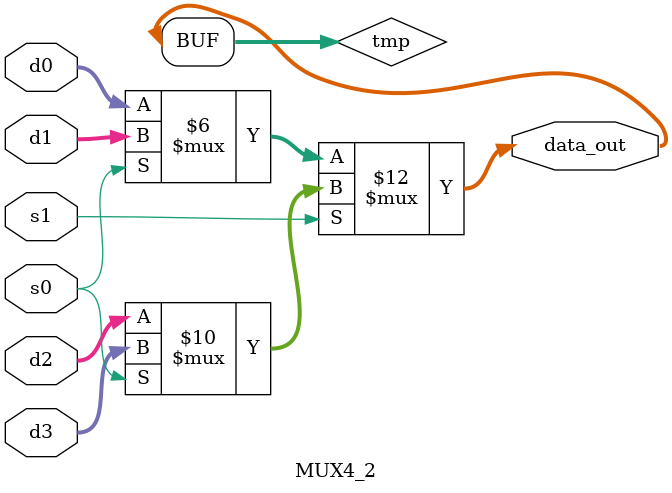
<source format=v>
module MUX4_2 (
    input wire s1,
    input wire s0,
    input wire [15:0] d3,
    input wire [15:0] d2,
    input wire [15:0] d1,
    input wire [15:0] d0,
    output wire [15:0] data_out
);
    reg [15:0]tmp;
    always @(*) begin
        if (s1 == 1'b1)begin
            if (s0 == 1'b1) tmp <= d3;
            else tmp <= d2;
        end
        else begin
            if (s0 == 1'b1) tmp <= d1;
            else tmp <= d0;
        end
    end


    assign data_out = tmp;
endmodule

</source>
